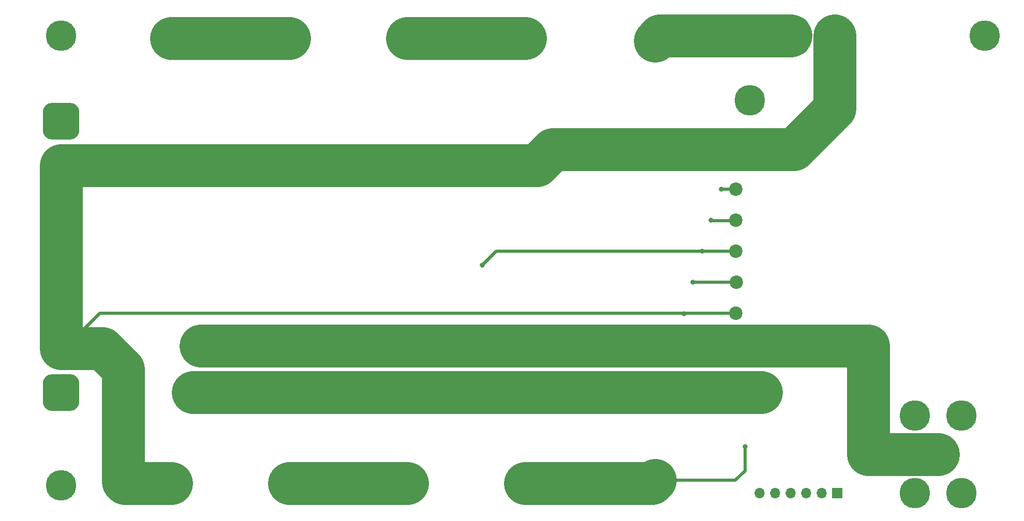
<source format=gbr>
%TF.GenerationSoftware,KiCad,Pcbnew,5.1.10-88a1d61d58~88~ubuntu20.04.1*%
%TF.CreationDate,2021-06-25T13:51:48-04:00*%
%TF.ProjectId,Li-Ion-BatteryPack,4c692d49-6f6e-42d4-9261-747465727950,rev?*%
%TF.SameCoordinates,Original*%
%TF.FileFunction,Copper,L2,Bot*%
%TF.FilePolarity,Positive*%
%FSLAX46Y46*%
G04 Gerber Fmt 4.6, Leading zero omitted, Abs format (unit mm)*
G04 Created by KiCad (PCBNEW 5.1.10-88a1d61d58~88~ubuntu20.04.1) date 2021-06-25 13:51:48*
%MOMM*%
%LPD*%
G01*
G04 APERTURE LIST*
%TA.AperFunction,ComponentPad*%
%ADD10C,3.000000*%
%TD*%
%TA.AperFunction,ComponentPad*%
%ADD11R,3.000000X3.000000*%
%TD*%
%TA.AperFunction,ComponentPad*%
%ADD12O,1.700000X1.700000*%
%TD*%
%TA.AperFunction,ComponentPad*%
%ADD13R,1.700000X1.700000*%
%TD*%
%TA.AperFunction,ComponentPad*%
%ADD14C,6.000000*%
%TD*%
%TA.AperFunction,ComponentPad*%
%ADD15C,5.000000*%
%TD*%
%TA.AperFunction,ComponentPad*%
%ADD16C,3.500000*%
%TD*%
%TA.AperFunction,ComponentPad*%
%ADD17R,3.500000X3.500000*%
%TD*%
%TA.AperFunction,ComponentPad*%
%ADD18C,2.200000*%
%TD*%
%TA.AperFunction,ViaPad*%
%ADD19C,5.000000*%
%TD*%
%TA.AperFunction,ViaPad*%
%ADD20C,0.800000*%
%TD*%
%TA.AperFunction,Conductor*%
%ADD21C,7.000000*%
%TD*%
%TA.AperFunction,Conductor*%
%ADD22C,0.250000*%
%TD*%
%TA.AperFunction,Conductor*%
%ADD23C,0.500000*%
%TD*%
G04 APERTURE END LIST*
D10*
%TO.P,BT1,4*%
%TO.N,Net-(BT1-Pad4)*%
X145790000Y-129160000D03*
D11*
%TO.P,BT1,4+*%
%TO.N,Net-(BT1-Pad3)*%
X145790000Y-56260000D03*
D10*
%TO.P,BT1,3*%
X126490000Y-56260000D03*
D11*
%TO.P,BT1,3+*%
%TO.N,Net-(BT1-Pad2)*%
X126490000Y-129160000D03*
D10*
%TO.P,BT1,2*%
X107190000Y-129160000D03*
D11*
%TO.P,BT1,2+*%
%TO.N,Net-(BT1-Pad1)*%
X107190000Y-56260000D03*
D10*
%TO.P,BT1,1*%
X87890000Y-56260000D03*
D11*
%TO.P,BT1,1+*%
%TO.N,Net-(BT1-Pad1+)*%
X87890000Y-129160000D03*
%TD*%
D12*
%TO.P,J4,6*%
%TO.N,Net-(J4-Pad6)*%
X184150000Y-130810000D03*
%TO.P,J4,5*%
%TO.N,Net-(BT1-Pad1+)*%
X186690000Y-130810000D03*
%TO.P,J4,4*%
%TO.N,Net-(BT1-Pad1)*%
X189230000Y-130810000D03*
%TO.P,J4,3*%
%TO.N,Net-(BT1-Pad2)*%
X191770000Y-130810000D03*
%TO.P,J4,2*%
%TO.N,Net-(BT1-Pad3)*%
X194310000Y-130810000D03*
D13*
%TO.P,J4,1*%
%TO.N,Net-(BT1-Pad4)*%
X196850000Y-130810000D03*
%TD*%
%TO.P,J3,1*%
%TO.N,Net-(BT2-Pad2)*%
%TA.AperFunction,ComponentPad*%
G36*
G01*
X186230000Y-57380000D02*
X186230000Y-54380000D01*
G75*
G02*
X187730000Y-52880000I1500000J0D01*
G01*
X190730000Y-52880000D01*
G75*
G02*
X192230000Y-54380000I0J-1500000D01*
G01*
X192230000Y-57380000D01*
G75*
G02*
X190730000Y-58880000I-1500000J0D01*
G01*
X187730000Y-58880000D01*
G75*
G02*
X186230000Y-57380000I0J1500000D01*
G01*
G37*
%TD.AperFunction*%
D14*
%TO.P,J3,2*%
%TO.N,Net-(BT1-Pad1+)*%
X196430000Y-55880000D03*
%TD*%
D15*
%TO.P,TP6,1*%
%TO.N,Net-(BT2-Pad2)*%
X182524400Y-66395600D03*
%TD*%
D16*
%TO.P,BT2,2*%
%TO.N,Net-(BT2-Pad2)*%
X167030400Y-56676400D03*
D17*
%TO.P,BT2,1*%
%TO.N,Net-(BT1-Pad4)*%
X167030400Y-128676400D03*
%TD*%
%TO.P,J1,1*%
%TO.N,Net-(J1-Pad1)*%
%TA.AperFunction,ComponentPad*%
G36*
G01*
X71350000Y-117300000D02*
X68350000Y-117300000D01*
G75*
G02*
X66850000Y-115800000I0J1500000D01*
G01*
X66850000Y-112800000D01*
G75*
G02*
X68350000Y-111300000I1500000J0D01*
G01*
X71350000Y-111300000D01*
G75*
G02*
X72850000Y-112800000I0J-1500000D01*
G01*
X72850000Y-115800000D01*
G75*
G02*
X71350000Y-117300000I-1500000J0D01*
G01*
G37*
%TD.AperFunction*%
D14*
%TO.P,J1,2*%
%TO.N,Net-(BT1-Pad1+)*%
X69850000Y-107100000D03*
%TD*%
%TO.P,J2,1*%
%TO.N,Net-(J2-Pad1)*%
%TA.AperFunction,ComponentPad*%
G36*
G01*
X68350000Y-66850000D02*
X71350000Y-66850000D01*
G75*
G02*
X72850000Y-68350000I0J-1500000D01*
G01*
X72850000Y-71350000D01*
G75*
G02*
X71350000Y-72850000I-1500000J0D01*
G01*
X68350000Y-72850000D01*
G75*
G02*
X66850000Y-71350000I0J1500000D01*
G01*
X66850000Y-68350000D01*
G75*
G02*
X68350000Y-66850000I1500000J0D01*
G01*
G37*
%TD.AperFunction*%
%TO.P,J2,2*%
%TO.N,Net-(BT1-Pad1+)*%
X69850000Y-77050000D03*
%TD*%
D18*
%TO.P,TP4,1*%
%TO.N,Net-(BT1-Pad1)*%
X180340000Y-96215200D03*
%TD*%
%TO.P,TP3,1*%
%TO.N,Net-(BT1-Pad2)*%
X180289200Y-91135200D03*
%TD*%
%TO.P,TP2,1*%
%TO.N,Net-(BT1-Pad3)*%
X180238400Y-86106000D03*
%TD*%
%TO.P,TP1,1*%
%TO.N,Net-(BT1-Pad4)*%
X180289200Y-81026000D03*
%TD*%
D15*
%TO.P,TP7,1*%
%TO.N,Net-(J1-Pad1)*%
X217170000Y-118110000D03*
%TD*%
%TO.P,TP8,1*%
%TO.N,Net-(TP11-Pad1)*%
X209550000Y-118110000D03*
%TD*%
%TO.P,TP9,1*%
%TO.N,Net-(J1-Pad1)*%
X217170000Y-130810000D03*
%TD*%
%TO.P,TP10,1*%
%TO.N,Net-(J2-Pad1)*%
X213360000Y-124460000D03*
%TD*%
%TO.P,TP11,1*%
%TO.N,Net-(TP11-Pad1)*%
X209550000Y-130810000D03*
%TD*%
D18*
%TO.P,TP5,1*%
%TO.N,Net-(BT1-Pad1+)*%
X180238400Y-101346000D03*
%TD*%
D19*
%TO.N,*%
X69850000Y-55880000D03*
X69850000Y-129540000D03*
X220980000Y-55880000D03*
D20*
%TO.N,Net-(BT1-Pad1+)*%
X171754800Y-101396800D03*
%TO.N,Net-(BT1-Pad1)*%
X173228000Y-96215200D03*
%TO.N,Net-(BT1-Pad2)*%
X138734800Y-93421200D03*
X174752000Y-91135200D03*
%TO.N,Net-(BT1-Pad3)*%
X176160590Y-86106000D03*
%TO.N,Net-(BT1-Pad4)*%
X177850800Y-81026000D03*
X181762400Y-123190000D03*
D19*
%TO.N,Net-(J1-Pad1)*%
X91440000Y-114300000D03*
X184435010Y-114300000D03*
%TO.N,Net-(J2-Pad1)*%
X92710000Y-106680000D03*
%TD*%
D21*
%TO.N,Net-(BT1-Pad1+)*%
X69850000Y-107100000D02*
X69850000Y-77050000D01*
D22*
X69850000Y-107696000D02*
X69850000Y-108370000D01*
D23*
X76200000Y-101346000D02*
X69850000Y-107696000D01*
X180238400Y-101346000D02*
X76200000Y-101346000D01*
D21*
X76620000Y-107100000D02*
X69850000Y-107100000D01*
X80010000Y-110490000D02*
X76620000Y-107100000D01*
X80010000Y-128879600D02*
X80010000Y-110490000D01*
X80290400Y-129160000D02*
X80010000Y-128879600D01*
X87890000Y-129160000D02*
X80290400Y-129160000D01*
X196430000Y-67780800D02*
X196430000Y-55880000D01*
X189738000Y-74472800D02*
X196430000Y-67780800D01*
X150317200Y-74472800D02*
X189738000Y-74472800D01*
X147740000Y-77050000D02*
X150317200Y-74472800D01*
X69850000Y-77050000D02*
X147740000Y-77050000D01*
D23*
%TO.N,Net-(BT1-Pad1)*%
X180340000Y-96215200D02*
X173228000Y-96215200D01*
D21*
X87890000Y-56260000D02*
X107190000Y-56260000D01*
%TO.N,Net-(BT1-Pad2)*%
X107190000Y-129160000D02*
X126490000Y-129160000D01*
D23*
X141020800Y-91135200D02*
X138734800Y-93421200D01*
X180289200Y-91135200D02*
X141020800Y-91135200D01*
D21*
%TO.N,Net-(BT1-Pad3)*%
X145790000Y-56260000D02*
X126490000Y-56260000D01*
D23*
X180187600Y-86156800D02*
X176377600Y-86156800D01*
%TO.N,Net-(BT1-Pad4)*%
X180289200Y-81026000D02*
X177901600Y-81026000D01*
X181762400Y-127000000D02*
X181762400Y-123190000D01*
D22*
X181762400Y-127101600D02*
X181762400Y-127000000D01*
D23*
X180187600Y-128676400D02*
X181762400Y-127101600D01*
X167030400Y-128676400D02*
X180187600Y-128676400D01*
D21*
X166522400Y-129184400D02*
X167030400Y-128676400D01*
X145814400Y-129184400D02*
X166522400Y-129184400D01*
X145790000Y-129160000D02*
X145814400Y-129184400D01*
%TO.N,Net-(BT2-Pad2)*%
X167826800Y-55880000D02*
X167030400Y-56676400D01*
X189230000Y-55880000D02*
X167826800Y-55880000D01*
%TO.N,Net-(J1-Pad1)*%
X91440000Y-114300000D02*
X184435010Y-114300000D01*
%TO.N,Net-(J2-Pad1)*%
X201930000Y-106680000D02*
X201930000Y-124460000D01*
X201930000Y-124460000D02*
X213360000Y-124460000D01*
X92710000Y-106680000D02*
X201930000Y-106680000D01*
%TD*%
M02*

</source>
